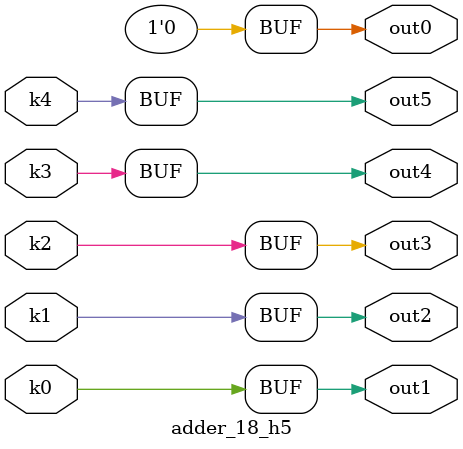
<source format=v>
module adder_18(pi00, pi01, pi02, pi03, pi04, pi05, pi06, pi07, pi08, pi09, pi10, po0, po1, po2, po3, po4, po5);
input pi00, pi01, pi02, pi03, pi04, pi05, pi06, pi07, pi08, pi09, pi10;
output po0, po1, po2, po3, po4, po5;
wire k0, k1, k2, k3, k4;
adder_18_w5 DUT1 (pi00, pi01, pi02, pi03, pi04, pi05, pi06, pi07, pi08, pi09, pi10, k0, k1, k2, k3, k4);
adder_18_h5 DUT2 (k0, k1, k2, k3, k4, po0, po1, po2, po3, po4, po5);
endmodule

module adder_18_w5(in10, in9, in8, in7, in6, in5, in4, in3, in2, in1, in0, k4, k3, k2, k1, k0);
input in10, in9, in8, in7, in6, in5, in4, in3, in2, in1, in0;
output k4, k3, k2, k1, k0;
assign k0 =   in2 & (((in7 | in3) & (((in9 | in5) & (((in10 | in6) & ((in0 & in8) | (~in1 & in4))) | (in10 & in6 & (in8 | in4)))) | (in9 & in5 & (in8 | in4)) | (in8 & in4))) | (in7 & in3));
assign k1 =   ((~in7 ^ in3) & (((~in9 | ~in5) & (((~in10 | ~in6) & ((in1 & ~in8) | (~in0 & ~in4))) | (~in10 & ~in6 & (~in8 | ~in4)))) | (~in9 & ~in5 & (~in8 | ~in4)) | (~in8 & ~in4))) | ((in7 ^ in3) & (((in9 | in5) & (((in10 | in6) & ((in0 & in8) | (~in1 & in4))) | (in10 & in6 & (in8 | in4)))) | (in8 & in4) | (in9 & in5 & (in8 | in4))));
assign k2 =   ((~in9 | ~in5) & (((~in10 | ~in6) & ((in1 & in8 & in4) | (~in0 & ~in8 & ~in4))) | (~in10 & ~in6 & (~in8 ^ in4)))) | (~in9 & ~in5 & (~in8 ^ in4)) | ((in9 | in5) & (((in10 | in6) & ((~in1 & ~in8 & in4) | (in0 & in8 & ~in4))) | (in10 & in6 & (in8 ^ in4)))) | (in9 & in5 & (in8 ^ in4));
assign k3 =   ((in9 ^ in5) & ((in0 & (in10 | in6)) | (in10 & in6))) | (((~in10 & ~in6) | (in1 & (~in10 | ~in6))) & (~in9 ^ in5));
assign k4 =   (in0 & (in10 ^ in6)) | (in1 & (~in10 ^ in6));
endmodule

module adder_18_h5(k4, k3, k2, k1, k0, out5, out4, out3, out2, out1, out0);
input k4, k3, k2, k1, k0;
output out5, out4, out3, out2, out1, out0;
assign out0 = 0;
assign out1 = k0;
assign out2 = k1;
assign out3 = k2;
assign out4 = k3;
assign out5 = k4;
endmodule

</source>
